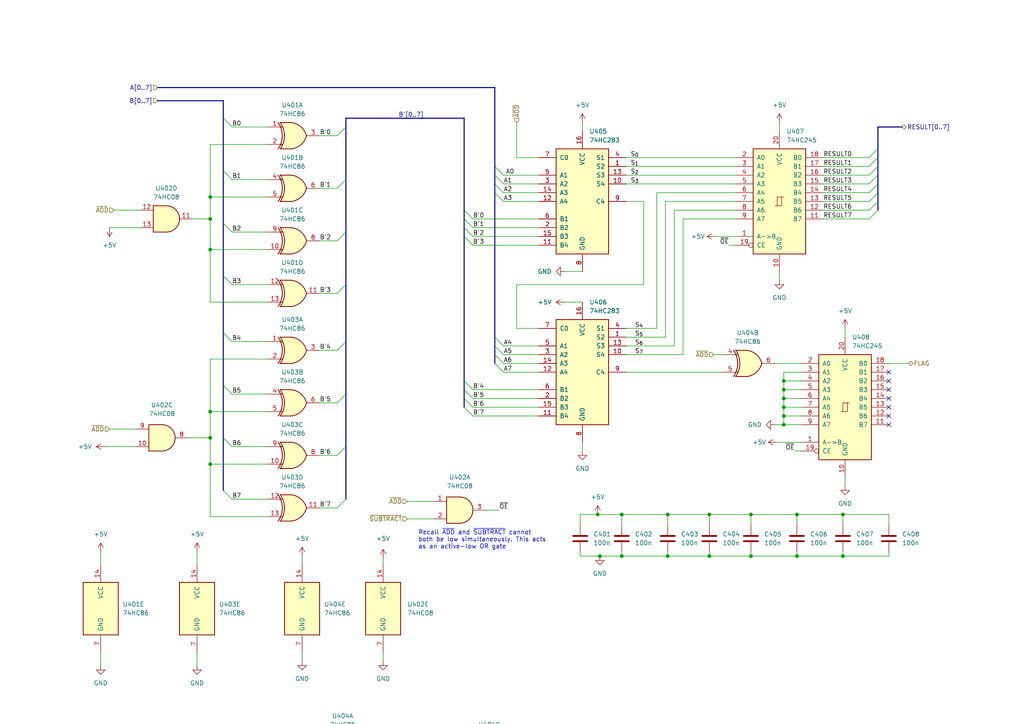
<source format=kicad_sch>
(kicad_sch (version 20211123) (generator eeschema)
  (paper "A4")
  (lib_symbols
    (symbol "74xx:74HC245" (pin_names (offset 1.016))
      (property "Reference" "U" (at -7.62 16.51 0))
      (property "Value" "74HC245" (at -7.62 -16.51 0))
      (symbol "74HC245_1_0"
        (polyline (pts (xy -0.635 -1.27) (xy -0.635 1.27) (xy 0.635 1.27)))
        (polyline (pts (xy -1.27 -1.27) (xy 0.635 -1.27) (xy 0.635 1.27) (xy 1.27 1.27)))
        (pin input line (at -12.7 -10.16 0) (length 5.08) (name "A->B") (number "1"))
        (pin power_in line (at 0 -20.32 90) (length 5.08) (name "GND") (number "10"))
        (pin tri_state line (at 12.7 -5.08 180) (length 5.08) (name "B7") (number "11"))
        (pin tri_state line (at 12.7 -2.54 180) (length 5.08) (name "B6") (number "12"))
        (pin tri_state line (at 12.7 0 180) (length 5.08) (name "B5") (number "13"))
        (pin tri_state line (at 12.7 2.54 180) (length 5.08) (name "B4") (number "14"))
        (pin tri_state line (at 12.7 5.08 180) (length 5.08) (name "B3") (number "15"))
        (pin tri_state line (at 12.7 7.62 180) (length 5.08) (name "B2") (number "16"))
        (pin tri_state line (at 12.7 10.16 180) (length 5.08) (name "B1") (number "17"))
        (pin tri_state line (at 12.7 12.7 180) (length 5.08) (name "B0") (number "18"))
        (pin input inverted (at -12.7 -12.7 0) (length 5.08) (name "CE") (number "19"))
        (pin tri_state line (at -12.7 12.7 0) (length 5.08) (name "A0") (number "2"))
        (pin power_in line (at 0 20.32 270) (length 5.08) (name "VCC") (number "20"))
        (pin tri_state line (at -12.7 10.16 0) (length 5.08) (name "A1") (number "3"))
        (pin tri_state line (at -12.7 7.62 0) (length 5.08) (name "A2") (number "4"))
        (pin tri_state line (at -12.7 5.08 0) (length 5.08) (name "A3") (number "5"))
        (pin tri_state line (at -12.7 2.54 0) (length 5.08) (name "A4") (number "6"))
        (pin tri_state line (at -12.7 0 0) (length 5.08) (name "A5") (number "7"))
        (pin tri_state line (at -12.7 -2.54 0) (length 5.08) (name "A6") (number "8"))
        (pin tri_state line (at -12.7 -5.08 0) (length 5.08) (name "A7") (number "9"))
      )
      (symbol "74HC245_1_1"
        (rectangle (start -7.62 15.24) (end 7.62 -15.24) (stroke (width 0.254)) (fill (type background)))
      )
    )
    (symbol "74xx:74HC86" (pin_names (offset 1.016))
      (property "Reference" "U" (at 0 1.27 0))
      (property "Value" "74HC86" (at 0 -1.27 0))
      (symbol "74HC86_1_0"
        (arc (start -4.4196 -3.81) (mid -3.2033 0) (end -4.4196 3.81) (stroke (width 0.254)))
        (arc (start -3.81 -3.81) (mid -2.589 0) (end -3.81 3.81) (stroke (width 0.254)))
        (arc (start -0.6096 -3.81) (mid 2.1842 -2.5851) (end 3.81 0) (stroke (width 0.254)) (fill (type background)))
        (polyline (pts (xy -3.81 -3.81) (xy -0.635 -3.81)) (stroke (width 0.254)) (fill (type background)))
        (polyline (pts (xy -3.81 3.81) (xy -0.635 3.81)) (stroke (width 0.254)) (fill (type background)))
        (polyline (pts (xy -0.635 3.81) (xy -3.81 3.81) (xy -3.81 3.81) (xy -3.556 3.4036) (xy -3.0226 2.2606) (xy -2.6924 1.0414) (xy -2.6162 -0.254) (xy -2.7686 -1.4986) (xy -3.175 -2.7178) (xy -3.81 -3.81) (xy -3.81 -3.81) (xy -0.635 -3.81)) (stroke (width -25.4)) (fill (type background)))
        (arc (start 3.81 0) (mid 2.1915 2.5936) (end -0.6096 3.81) (stroke (width 0.254)) (fill (type background)))
        (pin input line (at -7.62 2.54 0) (length 4.445) (name "~") (number "1"))
        (pin input line (at -7.62 -2.54 0) (length 4.445) (name "~") (number "2"))
        (pin output line (at 7.62 0 180) (length 3.81) (name "~") (number "3"))
      )
      (symbol "74HC86_1_1"
        (polyline (pts (xy -3.81 -2.54) (xy -3.175 -2.54)) (stroke (width 0.1524)))
        (polyline (pts (xy -3.81 2.54) (xy -3.175 2.54)) (stroke (width 0.1524)))
      )
      (symbol "74HC86_2_0"
        (arc (start -4.4196 -3.81) (mid -3.2033 0) (end -4.4196 3.81) (stroke (width 0.254)))
        (arc (start -3.81 -3.81) (mid -2.589 0) (end -3.81 3.81) (stroke (width 0.254)))
        (arc (start -0.6096 -3.81) (mid 2.1842 -2.5851) (end 3.81 0) (stroke (width 0.254)) (fill (type background)))
        (polyline (pts (xy -3.81 -3.81) (xy -0.635 -3.81)) (stroke (width 0.254)) (fill (type background)))
        (polyline (pts (xy -3.81 3.81) (xy -0.635 3.81)) (stroke (width 0.254)) (fill (type background)))
        (polyline (pts (xy -0.635 3.81) (xy -3.81 3.81) (xy -3.81 3.81) (xy -3.556 3.4036) (xy -3.0226 2.2606) (xy -2.6924 1.0414) (xy -2.6162 -0.254) (xy -2.7686 -1.4986) (xy -3.175 -2.7178) (xy -3.81 -3.81) (xy -3.81 -3.81) (xy -0.635 -3.81)) (stroke (width -25.4)) (fill (type background)))
        (arc (start 3.81 0) (mid 2.1915 2.5936) (end -0.6096 3.81) (stroke (width 0.254)) (fill (type background)))
        (pin input line (at -7.62 2.54 0) (length 4.445) (name "~") (number "4"))
        (pin input line (at -7.62 -2.54 0) (length 4.445) (name "~") (number "5"))
        (pin output line (at 7.62 0 180) (length 3.81) (name "~") (number "6"))
      )
      (symbol "74HC86_2_1"
        (polyline (pts (xy -3.81 -2.54) (xy -3.175 -2.54)) (stroke (width 0.1524)))
        (polyline (pts (xy -3.81 2.54) (xy -3.175 2.54)) (stroke (width 0.1524)))
      )
      (symbol "74HC86_3_0"
        (arc (start -4.4196 -3.81) (mid -3.2033 0) (end -4.4196 3.81) (stroke (width 0.254)))
        (arc (start -3.81 -3.81) (mid -2.589 0) (end -3.81 3.81) (stroke (width 0.254)))
        (arc (start -0.6096 -3.81) (mid 2.1842 -2.5851) (end 3.81 0) (stroke (width 0.254)) (fill (type background)))
        (polyline (pts (xy -3.81 -3.81) (xy -0.635 -3.81)) (stroke (width 0.254)) (fill (type background)))
        (polyline (pts (xy -3.81 3.81) (xy -0.635 3.81)) (stroke (width 0.254)) (fill (type background)))
        (polyline (pts (xy -0.635 3.81) (xy -3.81 3.81) (xy -3.81 3.81) (xy -3.556 3.4036) (xy -3.0226 2.2606) (xy -2.6924 1.0414) (xy -2.6162 -0.254) (xy -2.7686 -1.4986) (xy -3.175 -2.7178) (xy -3.81 -3.81) (xy -3.81 -3.81) (xy -0.635 -3.81)) (stroke (width -25.4)) (fill (type background)))
        (arc (start 3.81 0) (mid 2.1915 2.5936) (end -0.6096 3.81) (stroke (width 0.254)) (fill (type background)))
        (pin input line (at -7.62 -2.54 0) (length 4.445) (name "~") (number "10"))
        (pin output line (at 7.62 0 180) (length 3.81) (name "~") (number "8"))
        (pin input line (at -7.62 2.54 0) (length 4.445) (name "~") (number "9"))
      )
      (symbol "74HC86_3_1"
        (polyline (pts (xy -3.81 -2.54) (xy -3.175 -2.54)) (stroke (width 0.1524)))
        (polyline (pts (xy -3.81 2.54) (xy -3.175 2.54)) (stroke (width 0.1524)))
      )
      (symbol "74HC86_4_0"
        (arc (start -4.4196 -3.81) (mid -3.2033 0) (end -4.4196 3.81) (stroke (width 0.254)))
        (arc (start -3.81 -3.81) (mid -2.589 0) (end -3.81 3.81) (stroke (width 0.254)))
        (arc (start -0.6096 -3.81) (mid 2.1842 -2.5851) (end 3.81 0) (stroke (width 0.254)) (fill (type background)))
        (polyline (pts (xy -3.81 -3.81) (xy -0.635 -3.81)) (stroke (width 0.254)) (fill (type background)))
        (polyline (pts (xy -3.81 3.81) (xy -0.635 3.81)) (stroke (width 0.254)) (fill (type background)))
        (polyline (pts (xy -0.635 3.81) (xy -3.81 3.81) (xy -3.81 3.81) (xy -3.556 3.4036) (xy -3.0226 2.2606) (xy -2.6924 1.0414) (xy -2.6162 -0.254) (xy -2.7686 -1.4986) (xy -3.175 -2.7178) (xy -3.81 -3.81) (xy -3.81 -3.81) (xy -0.635 -3.81)) (stroke (width -25.4)) (fill (type background)))
        (arc (start 3.81 0) (mid 2.1915 2.5936) (end -0.6096 3.81) (stroke (width 0.254)) (fill (type background)))
        (pin output line (at 7.62 0 180) (length 3.81) (name "~") (number "11"))
        (pin input line (at -7.62 2.54 0) (length 4.445) (name "~") (number "12"))
        (pin input line (at -7.62 -2.54 0) (length 4.445) (name "~") (number "13"))
      )
      (symbol "74HC86_4_1"
        (polyline (pts (xy -3.81 -2.54) (xy -3.175 -2.54)) (stroke (width 0.1524)))
        (polyline (pts (xy -3.81 2.54) (xy -3.175 2.54)) (stroke (width 0.1524)))
      )
      (symbol "74HC86_5_0"
        (pin power_in line (at 0 12.7 270) (length 5.08) (name "VCC") (number "14"))
        (pin power_in line (at 0 -12.7 90) (length 5.08) (name "GND") (number "7"))
      )
      (symbol "74HC86_5_1"
        (rectangle (start -5.08 7.62) (end 5.08 -7.62) (stroke (width 0.254)) (fill (type background)))
      )
    )
    (symbol "74xx:74LS08" (pin_names (offset 1.016))
      (property "Reference" "U" (at 0 1.27 0))
      (property "Value" "74LS08" (at 0 -1.27 0))
      (symbol "74LS08_1_1"
        (arc (start 0 -3.81) (mid 3.81 0) (end 0 3.81) (stroke (width 0.254)) (fill (type background)))
        (polyline (pts (xy 0 3.81) (xy -3.81 3.81) (xy -3.81 -3.81) (xy 0 -3.81)) (stroke (width 0.254)) (fill (type background)))
        (pin input line (at -7.62 2.54 0) (length 3.81) (name "~") (number "1"))
        (pin input line (at -7.62 -2.54 0) (length 3.81) (name "~") (number "2"))
        (pin output line (at 7.62 0 180) (length 3.81) (name "~") (number "3"))
      )
      (symbol "74LS08_1_2"
        (arc (start -3.81 -3.81) (mid -2.589 0) (end -3.81 3.81) (stroke (width 0.254)))
        (arc (start -0.6096 -3.81) (mid 2.1842 -2.5851) (end 3.81 0) (stroke (width 0.254)) (fill (type background)))
        (polyline (pts (xy -3.81 -3.81) (xy -0.635 -3.81)) (stroke (width 0.254)) (fill (type background)))
        (polyline (pts (xy -3.81 3.81) (xy -0.635 3.81)) (stroke (width 0.254)) (fill (type background)))
        (polyline (pts (xy -0.635 3.81) (xy -3.81 3.81) (xy -3.81 3.81) (xy -3.556 3.4036) (xy -3.0226 2.2606) (xy -2.6924 1.0414) (xy -2.6162 -0.254) (xy -2.7686 -1.4986) (xy -3.175 -2.7178) (xy -3.81 -3.81) (xy -3.81 -3.81) (xy -0.635 -3.81)) (stroke (width -25.4)) (fill (type background)))
        (arc (start 3.81 0) (mid 2.1915 2.5936) (end -0.6096 3.81) (stroke (width 0.254)) (fill (type background)))
        (pin input inverted (at -7.62 2.54 0) (length 4.318) (name "~") (number "1"))
        (pin input inverted (at -7.62 -2.54 0) (length 4.318) (name "~") (number "2"))
        (pin output inverted (at 7.62 0 180) (length 3.81) (name "~") (number "3"))
      )
      (symbol "74LS08_2_1"
        (arc (start 0 -3.81) (mid 3.81 0) (end 0 3.81) (stroke (width 0.254)) (fill (type background)))
        (polyline (pts (xy 0 3.81) (xy -3.81 3.81) (xy -3.81 -3.81) (xy 0 -3.81)) (stroke (width 0.254)) (fill (type background)))
        (pin input line (at -7.62 2.54 0) (length 3.81) (name "~") (number "4"))
        (pin input line (at -7.62 -2.54 0) (length 3.81) (name "~") (number "5"))
        (pin output line (at 7.62 0 180) (length 3.81) (name "~") (number "6"))
      )
      (symbol "74LS08_2_2"
        (arc (start -3.81 -3.81) (mid -2.589 0) (end -3.81 3.81) (stroke (width 0.254)))
        (arc (start -0.6096 -3.81) (mid 2.1842 -2.5851) (end 3.81 0) (stroke (width 0.254)) (fill (type background)))
        (polyline (pts (xy -3.81 -3.81) (xy -0.635 -3.81)) (stroke (width 0.254)) (fill (type background)))
        (polyline (pts (xy -3.81 3.81) (xy -0.635 3.81)) (stroke (width 0.254)) (fill (type background)))
        (polyline (pts (xy -0.635 3.81) (xy -3.81 3.81) (xy -3.81 3.81) (xy -3.556 3.4036) (xy -3.0226 2.2606) (xy -2.6924 1.0414) (xy -2.6162 -0.254) (xy -2.7686 -1.4986) (xy -3.175 -2.7178) (xy -3.81 -3.81) (xy -3.81 -3.81) (xy -0.635 -3.81)) (stroke (width -25.4)) (fill (type background)))
        (arc (start 3.81 0) (mid 2.1915 2.5936) (end -0.6096 3.81) (stroke (width 0.254)) (fill (type background)))
        (pin input inverted (at -7.62 2.54 0) (length 4.318) (name "~") (number "4"))
        (pin input inverted (at -7.62 -2.54 0) (length 4.318) (name "~") (number "5"))
        (pin output inverted (at 7.62 0 180) (length 3.81) (name "~") (number "6"))
      )
      (symbol "74LS08_3_1"
        (arc (start 0 -3.81) (mid 3.81 0) (end 0 3.81) (stroke (width 0.254)) (fill (type background)))
        (polyline (pts (xy 0 3.81) (xy -3.81 3.81) (xy -3.81 -3.81) (xy 0 -3.81)) (stroke (width 0.254)) (fill (type background)))
        (pin input line (at -7.62 -2.54 0) (length 3.81) (name "~") (number "10"))
        (pin output line (at 7.62 0 180) (length 3.81) (name "~") (number "8"))
        (pin input line (at -7.62 2.54 0) (length 3.81) (name "~") (number "9"))
      )
      (symbol "74LS08_3_2"
        (arc (start -3.81 -3.81) (mid -2.589 0) (end -3.81 3.81) (stroke (width 0.254)))
        (arc (start -0.6096 -3.81) (mid 2.1842 -2.5851) (end 3.81 0) (stroke (width 0.254)) (fill (type background)))
        (polyline (pts (xy -3.81 -3.81) (xy -0.635 -3.81)) (stroke (width 0.254)) (fill (type background)))
        (polyline (pts (xy -3.81 3.81) (xy -0.635 3.81)) (stroke (width 0.254)) (fill (type background)))
        (polyline (pts (xy -0.635 3.81) (xy -3.81 3.81) (xy -3.81 3.81) (xy -3.556 3.4036) (xy -3.0226 2.2606) (xy -2.6924 1.0414) (xy -2.6162 -0.254) (xy -2.7686 -1.4986) (xy -3.175 -2.7178) (xy -3.81 -3.81) (xy -3.81 -3.81) (xy -0.635 -3.81)) (stroke (width -25.4)) (fill (type background)))
        (arc (start 3.81 0) (mid 2.1915 2.5936) (end -0.6096 3.81) (stroke (width 0.254)) (fill (type background)))
        (pin input inverted (at -7.62 -2.54 0) (length 4.318) (name "~") (number "10"))
        (pin output inverted (at 7.62 0 180) (length 3.81) (name "~") (number "8"))
        (pin input inverted (at -7.62 2.54 0) (length 4.318) (name "~") (number "9"))
      )
      (symbol "74LS08_4_1"
        (arc (start 0 -3.81) (mid 3.81 0) (end 0 3.81) (stroke (width 0.254)) (fill (type background)))
        (polyline (pts (xy 0 3.81) (xy -3.81 3.81) (xy -3.81 -3.81) (xy 0 -3.81)) (stroke (width 0.254)) (fill (type background)))
        (pin output line (at 7.62 0 180) (length 3.81) (name "~") (number "11"))
        (pin input line (at -7.62 2.54 0) (length 3.81) (name "~") (number "12"))
        (pin input line (at -7.62 -2.54 0) (length 3.81) (name "~") (number "13"))
      )
      (symbol "74LS08_4_2"
        (arc (start -3.81 -3.81) (mid -2.589 0) (end -3.81 3.81) (stroke (width 0.254)))
        (arc (start -0.6096 -3.81) (mid 2.1842 -2.5851) (end 3.81 0) (stroke (width 0.254)) (fill (type background)))
        (polyline (pts (xy -3.81 -3.81) (xy -0.635 -3.81)) (stroke (width 0.254)) (fill (type background)))
        (polyline (pts (xy -3.81 3.81) (xy -0.635 3.81)) (stroke (width 0.254)) (fill (type background)))
        (polyline (pts (xy -0.635 3.81) (xy -3.81 3.81) (xy -3.81 3.81) (xy -3.556 3.4036) (xy -3.0226 2.2606) (xy -2.6924 1.0414) (xy -2.6162 -0.254) (xy -2.7686 -1.4986) (xy -3.175 -2.7178) (xy -3.81 -3.81) (xy -3.81 -3.81) (xy -0.635 -3.81)) (stroke (width -25.4)) (fill (type background)))
        (arc (start 3.81 0) (mid 2.1915 2.5936) (end -0.6096 3.81) (stroke (width 0.254)) (fill (type background)))
        (pin output inverted (at 7.62 0 180) (length 3.81) (name "~") (number "11"))
        (pin input inverted (at -7.62 2.54 0) (length 4.318) (name "~") (number "12"))
        (pin input inverted (at -7.62 -2.54 0) (length 4.318) (name "~") (number "13"))
      )
      (symbol "74LS08_5_0"
        (pin power_in line (at 0 12.7 270) (length 5.08) (name "VCC") (number "14"))
        (pin power_in line (at 0 -12.7 90) (length 5.08) (name "GND") (number "7"))
      )
      (symbol "74LS08_5_1"
        (rectangle (start -5.08 7.62) (end 5.08 -7.62) (stroke (width 0.254)) (fill (type background)))
      )
    )
    (symbol "74xx:74LS283" (pin_names (offset 1.016))
      (property "Reference" "U" (at -7.62 16.51 0))
      (property "Value" "74LS283" (at -7.62 -16.51 0))
      (symbol "74LS283_1_0"
        (pin output line (at 12.7 10.16 180) (length 5.08) (name "S2") (number "1"))
        (pin output line (at 12.7 5.08 180) (length 5.08) (name "S4") (number "10"))
        (pin input line (at -12.7 -12.7 0) (length 5.08) (name "B4") (number "11"))
        (pin input line (at -12.7 0 0) (length 5.08) (name "A4") (number "12"))
        (pin output line (at 12.7 7.62 180) (length 5.08) (name "S3") (number "13"))
        (pin input line (at -12.7 2.54 0) (length 5.08) (name "A3") (number "14"))
        (pin input line (at -12.7 -10.16 0) (length 5.08) (name "B3") (number "15"))
        (pin power_in line (at 0 20.32 270) (length 5.08) (name "VCC") (number "16"))
        (pin input line (at -12.7 -7.62 0) (length 5.08) (name "B2") (number "2"))
        (pin input line (at -12.7 5.08 0) (length 5.08) (name "A2") (number "3"))
        (pin output line (at 12.7 12.7 180) (length 5.08) (name "S1") (number "4"))
        (pin input line (at -12.7 7.62 0) (length 5.08) (name "A1") (number "5"))
        (pin input line (at -12.7 -5.08 0) (length 5.08) (name "B1") (number "6"))
        (pin input line (at -12.7 12.7 0) (length 5.08) (name "C0") (number "7"))
        (pin power_in line (at 0 -20.32 90) (length 5.08) (name "GND") (number "8"))
        (pin output line (at 12.7 0 180) (length 5.08) (name "C4") (number "9"))
      )
      (symbol "74LS283_1_1"
        (rectangle (start -7.62 15.24) (end 7.62 -15.24) (stroke (width 0.254)) (fill (type background)))
      )
    )
    (symbol "Device:C" (pin_numbers hide) (pin_names (offset 0.254))
      (property "Reference" "C" (at 0.635 2.54 0))
      (property "Value" "C" (at 0.635 -2.54 0))
      (symbol "C_0_1"
        (polyline (pts (xy -2.032 -0.762) (xy 2.032 -0.762)) (stroke (width 0.508)))
        (polyline (pts (xy -2.032 0.762) (xy 2.032 0.762)) (stroke (width 0.508)))
      )
      (symbol "C_1_1"
        (pin passive line (at 0 3.81 270) (length 2.794) (name "~") (number "1"))
        (pin passive line (at 0 -3.81 90) (length 2.794) (name "~") (number "2"))
      )
    )
    (symbol "power:+5V" (power) (pin_names (offset 0))
      (property "Value" "+5V" (at 0 3.556 0))
      (symbol "+5V_0_1"
        (polyline (pts (xy -0.762 1.27) (xy 0 2.54)))
        (polyline (pts (xy 0 0) (xy 0 2.54)))
        (polyline (pts (xy 0 2.54) (xy 0.762 1.27)))
      )
      (symbol "+5V_1_1"
        (pin power_in line (at 0 0 90) (length 0) hide (name "+5V") (number "1"))
      )
    )
    (symbol "power:GND" (power) (pin_names (offset 0))
      (property "Value" "GND" (at 0 -3.81 0))
      (symbol "GND_0_1"
        (polyline (pts (xy 0 0) (xy 0 -1.27) (xy 1.27 -1.27) (xy 0 -2.54) (xy -1.27 -1.27) (xy 0 -1.27)))
      )
      (symbol "GND_1_1"
        (pin power_in line (at 0 0 270) (length 0) hide (name "GND") (number "1"))
      )
    )
  )
  (junction (at 231.14 161.29))
  (junction (at 227.33 110.49))
  (junction (at 60.96 63.5))
  (junction (at 180.34 161.29))
  (junction (at 227.33 123.19))
  (junction (at 173.99 161.29))
  (junction (at 88.265 219.075))
  (junction (at 227.33 115.57))
  (junction (at 205.74 149.225))
  (junction (at 244.475 149.225))
  (junction (at 193.675 161.29))
  (junction (at 193.04 227.33))
  (junction (at 180.34 149.225))
  (junction (at 193.675 149.225))
  (junction (at 227.33 113.03))
  (junction (at 227.33 118.11))
  (junction (at 173.355 149.225))
  (junction (at 60.96 119.38))
  (junction (at 217.805 149.225))
  (junction (at 227.33 120.65))
  (junction (at 60.96 57.15))
  (junction (at 205.74 161.29))
  (junction (at 130.81 221.615))
  (junction (at 217.805 161.29))
  (junction (at 244.475 161.29))
  (junction (at 60.96 72.39))
  (junction (at 60.96 134.62))
  (junction (at 60.96 127))
  (junction (at 158.75 224.79))
  (junction (at 231.14 149.225))
  (no_connect (at 257.81 123.19))
  (no_connect (at 257.81 110.49))
  (no_connect (at 257.81 115.57))
  (no_connect (at 212.09 224.79))
  (no_connect (at 257.81 113.03))
  (no_connect (at 257.81 118.11))
  (no_connect (at 149.86 219.075))
  (no_connect (at 107.315 216.535))
  (no_connect (at 257.81 107.95))
  (no_connect (at 257.81 120.65))
  (no_connect (at 177.8 222.25))
  (bus_entry (at 100.33 52.07) (size -2.54 2.54))
  (bus_entry (at 254.635 43.18) (size -2.54 2.54))
  (bus_entry (at 64.77 64.77) (size 2.54 2.54))
  (bus_entry (at 100.33 67.31) (size -2.54 2.54))
  (bus_entry (at 143.51 48.26) (size 2.54 2.54))
  (bus_entry (at 134.62 68.58) (size 2.54 2.54))
  (bus_entry (at 254.635 50.8) (size -2.54 2.54))
  (bus_entry (at 100.33 144.78) (size -2.54 2.54))
  (bus_entry (at 143.51 100.33) (size 2.54 2.54))
  (bus_entry (at 134.62 110.49) (size 2.54 2.54))
  (bus_entry (at 100.33 82.55) (size -2.54 2.54))
  (bus_entry (at 254.635 55.88) (size -2.54 2.54))
  (bus_entry (at 254.635 45.72) (size -2.54 2.54))
  (bus_entry (at 64.77 49.53) (size 2.54 2.54))
  (bus_entry (at 254.635 58.42) (size -2.54 2.54))
  (bus_entry (at 64.77 96.52) (size 2.54 2.54))
  (bus_entry (at 134.62 118.11) (size 2.54 2.54))
  (bus_entry (at 64.77 111.76) (size 2.54 2.54))
  (bus_entry (at 64.77 127) (size 2.54 2.54))
  (bus_entry (at 134.62 66.04) (size 2.54 2.54))
  (bus_entry (at 254.635 48.26) (size -2.54 2.54))
  (bus_entry (at 100.33 114.3) (size -2.54 2.54))
  (bus_entry (at 64.77 34.29) (size 2.54 2.54))
  (bus_entry (at 134.62 113.03) (size 2.54 2.54))
  (bus_entry (at 64.77 80.01) (size 2.54 2.54))
  (bus_entry (at 134.62 115.57) (size 2.54 2.54))
  (bus_entry (at 100.33 36.83) (size -2.54 2.54))
  (bus_entry (at 143.51 50.8) (size 2.54 2.54))
  (bus_entry (at 143.51 102.87) (size 2.54 2.54))
  (bus_entry (at 143.51 105.41) (size 2.54 2.54))
  (bus_entry (at 254.635 60.96) (size -2.54 2.54))
  (bus_entry (at 134.62 63.5) (size 2.54 2.54))
  (bus_entry (at 134.62 60.96) (size 2.54 2.54))
  (bus_entry (at 143.51 53.34) (size 2.54 2.54))
  (bus_entry (at 100.33 99.06) (size -2.54 2.54))
  (bus_entry (at 143.51 97.79) (size 2.54 2.54))
  (bus_entry (at 254.635 53.34) (size -2.54 2.54))
  (bus_entry (at 143.51 55.88) (size 2.54 2.54))
  (bus_entry (at 64.77 142.24) (size 2.54 2.54))
  (bus_entry (at 100.33 129.54) (size -2.54 2.54))
  (wire (pts (xy 244.475 149.225) (xy 257.81 149.225)))
  (wire (pts (xy 190.5 95.25) (xy 190.5 55.88)))
  (wire (pts (xy 149.86 45.72) (xy 149.86 35.56)))
  (bus (pts (xy 134.62 68.58) (xy 134.62 66.04)))
  (wire (pts (xy 227.33 115.57) (xy 232.41 115.57)))
  (bus (pts (xy 100.33 67.31) (xy 100.33 82.55)))
  (bus (pts (xy 100.33 36.83) (xy 100.33 52.07)))
  (wire (pts (xy 92.71 101.6) (xy 97.79 101.6)))
  (wire (pts (xy 111.125 161.925) (xy 111.125 163.83)))
  (wire (pts (xy 195.58 100.33) (xy 195.58 60.96)))
  (wire (pts (xy 205.74 161.29) (xy 217.805 161.29)))
  (wire (pts (xy 92.71 116.84) (xy 97.79 116.84)))
  (wire (pts (xy 180.34 149.225) (xy 180.34 152.4)))
  (wire (pts (xy 156.21 45.72) (xy 149.86 45.72)))
  (wire (pts (xy 186.69 82.55) (xy 149.86 82.55)))
  (bus (pts (xy 254.635 36.83) (xy 254.635 43.18)))
  (wire (pts (xy 60.96 63.5) (xy 60.96 72.39)))
  (bus (pts (xy 134.62 63.5) (xy 134.62 60.96)))
  (wire (pts (xy 231.14 161.29) (xy 244.475 161.29)))
  (wire (pts (xy 227.33 113.03) (xy 227.33 115.57)))
  (wire (pts (xy 137.16 68.58) (xy 156.21 68.58)))
  (wire (pts (xy 140.97 147.955) (xy 144.78 147.955)))
  (bus (pts (xy 254.635 43.18) (xy 254.635 45.72)))
  (wire (pts (xy 137.16 120.65) (xy 156.21 120.65)))
  (wire (pts (xy 226.06 78.74) (xy 226.06 81.28)))
  (wire (pts (xy 77.47 119.38) (xy 60.96 119.38)))
  (wire (pts (xy 180.34 161.29) (xy 193.675 161.29)))
  (bus (pts (xy 143.51 50.8) (xy 143.51 53.34)))
  (bus (pts (xy 45.72 29.21) (xy 64.77 29.21)))
  (wire (pts (xy 224.79 123.19) (xy 227.33 123.19)))
  (wire (pts (xy 31.75 66.04) (xy 40.64 66.04)))
  (wire (pts (xy 87.63 189.23) (xy 87.63 191.77)))
  (bus (pts (xy 64.77 80.01) (xy 64.77 96.52)))
  (wire (pts (xy 60.96 134.62) (xy 60.96 127)))
  (wire (pts (xy 217.805 149.225) (xy 217.805 152.4)))
  (wire (pts (xy 67.31 99.06) (xy 77.47 99.06)))
  (wire (pts (xy 193.04 97.79) (xy 193.04 58.42)))
  (wire (pts (xy 88.265 222.25) (xy 88.265 219.075)))
  (wire (pts (xy 31.75 124.46) (xy 39.37 124.46)))
  (wire (pts (xy 130.81 216.535) (xy 134.62 216.535)))
  (bus (pts (xy 134.62 66.04) (xy 134.62 63.5)))
  (bus (pts (xy 64.77 111.76) (xy 64.77 127)))
  (wire (pts (xy 231.14 161.29) (xy 231.14 160.02)))
  (wire (pts (xy 211.455 71.12) (xy 213.36 71.12)))
  (wire (pts (xy 118.11 150.495) (xy 125.73 150.495)))
  (wire (pts (xy 198.12 63.5) (xy 213.36 63.5)))
  (wire (pts (xy 207.01 102.87) (xy 209.55 102.87)))
  (wire (pts (xy 29.21 189.23) (xy 29.21 193.04)))
  (wire (pts (xy 77.47 104.14) (xy 60.96 104.14)))
  (bus (pts (xy 64.77 64.77) (xy 64.77 80.01)))
  (wire (pts (xy 193.04 227.33) (xy 193.04 222.25)))
  (bus (pts (xy 254.635 58.42) (xy 254.635 60.96)))
  (wire (pts (xy 257.81 149.225) (xy 257.81 152.4)))
  (wire (pts (xy 193.675 149.225) (xy 193.675 152.4)))
  (bus (pts (xy 261.62 36.83) (xy 254.635 36.83)))
  (wire (pts (xy 244.475 160.02) (xy 244.475 161.29)))
  (wire (pts (xy 163.83 87.63) (xy 168.91 87.63)))
  (wire (pts (xy 181.61 95.25) (xy 190.5 95.25)))
  (wire (pts (xy 57.15 189.23) (xy 57.15 193.04)))
  (wire (pts (xy 146.05 107.95) (xy 156.21 107.95)))
  (bus (pts (xy 254.635 50.8) (xy 254.635 53.34)))
  (wire (pts (xy 227.33 120.65) (xy 232.41 120.65)))
  (wire (pts (xy 168.275 152.4) (xy 168.275 149.225)))
  (wire (pts (xy 57.15 160.02) (xy 57.15 163.83)))
  (bus (pts (xy 254.635 48.26) (xy 254.635 50.8)))
  (wire (pts (xy 163.83 78.74) (xy 168.91 78.74)))
  (wire (pts (xy 137.16 63.5) (xy 156.21 63.5)))
  (wire (pts (xy 198.12 102.87) (xy 198.12 63.5)))
  (wire (pts (xy 92.71 54.61) (xy 97.79 54.61)))
  (wire (pts (xy 118.11 145.415) (xy 125.73 145.415)))
  (bus (pts (xy 100.33 82.55) (xy 100.33 99.06)))
  (wire (pts (xy 257.81 161.29) (xy 257.81 160.02)))
  (wire (pts (xy 238.76 50.8) (xy 252.095 50.8)))
  (bus (pts (xy 134.62 113.03) (xy 134.62 110.49)))
  (wire (pts (xy 195.58 60.96) (xy 213.36 60.96)))
  (wire (pts (xy 158.75 224.79) (xy 162.56 224.79)))
  (wire (pts (xy 146.05 105.41) (xy 156.21 105.41)))
  (bus (pts (xy 134.62 34.29) (xy 100.33 34.29)))
  (wire (pts (xy 227.33 120.65) (xy 227.33 123.19)))
  (wire (pts (xy 193.04 58.42) (xy 213.36 58.42)))
  (wire (pts (xy 181.61 53.34) (xy 213.36 53.34)))
  (wire (pts (xy 205.74 160.02) (xy 205.74 161.29)))
  (wire (pts (xy 227.33 118.11) (xy 227.33 120.65)))
  (wire (pts (xy 137.16 66.04) (xy 156.21 66.04)))
  (bus (pts (xy 254.635 45.72) (xy 254.635 48.26)))
  (wire (pts (xy 67.31 36.83) (xy 77.47 36.83)))
  (wire (pts (xy 168.275 149.225) (xy 173.355 149.225)))
  (wire (pts (xy 238.76 58.42) (xy 252.095 58.42)))
  (bus (pts (xy 143.51 53.34) (xy 143.51 55.88)))
  (wire (pts (xy 238.76 55.88) (xy 252.095 55.88)))
  (wire (pts (xy 77.47 134.62) (xy 60.96 134.62)))
  (wire (pts (xy 180.34 149.225) (xy 193.675 149.225)))
  (wire (pts (xy 181.61 58.42) (xy 186.69 58.42)))
  (bus (pts (xy 254.635 55.88) (xy 254.635 58.42)))
  (wire (pts (xy 238.76 63.5) (xy 252.095 63.5)))
  (wire (pts (xy 168.91 35.56) (xy 168.91 38.1)))
  (wire (pts (xy 193.675 161.29) (xy 205.74 161.29)))
  (bus (pts (xy 100.33 34.29) (xy 100.33 36.83)))
  (wire (pts (xy 158.75 224.79) (xy 158.75 219.71)))
  (wire (pts (xy 67.31 144.78) (xy 77.47 144.78)))
  (wire (pts (xy 227.33 118.11) (xy 232.41 118.11)))
  (bus (pts (xy 64.77 127) (xy 64.77 142.24)))
  (wire (pts (xy 244.475 149.225) (xy 244.475 152.4)))
  (bus (pts (xy 45.72 25.4) (xy 143.51 25.4)))
  (bus (pts (xy 143.51 97.79) (xy 143.51 100.33)))
  (wire (pts (xy 111.125 189.23) (xy 111.125 191.77)))
  (wire (pts (xy 146.05 53.34) (xy 156.21 53.34)))
  (wire (pts (xy 217.805 160.02) (xy 217.805 161.29)))
  (wire (pts (xy 67.31 52.07) (xy 77.47 52.07)))
  (wire (pts (xy 137.16 113.03) (xy 156.21 113.03)))
  (wire (pts (xy 149.86 95.25) (xy 156.21 95.25)))
  (wire (pts (xy 245.11 138.43) (xy 245.11 140.97)))
  (wire (pts (xy 60.96 87.63) (xy 60.96 72.39)))
  (wire (pts (xy 92.71 132.08) (xy 97.79 132.08)))
  (wire (pts (xy 60.96 149.86) (xy 60.96 134.62)))
  (wire (pts (xy 226.06 35.56) (xy 226.06 38.1)))
  (wire (pts (xy 29.21 160.02) (xy 29.21 163.83)))
  (wire (pts (xy 146.05 55.88) (xy 156.21 55.88)))
  (wire (pts (xy 130.81 221.615) (xy 130.81 216.535)))
  (wire (pts (xy 193.04 227.33) (xy 196.85 227.33)))
  (wire (pts (xy 77.47 57.15) (xy 60.96 57.15)))
  (wire (pts (xy 238.76 45.72) (xy 252.095 45.72)))
  (wire (pts (xy 130.81 221.615) (xy 134.62 221.615)))
  (wire (pts (xy 67.31 67.31) (xy 77.47 67.31)))
  (wire (pts (xy 55.88 63.5) (xy 60.96 63.5)))
  (wire (pts (xy 137.16 115.57) (xy 156.21 115.57)))
  (wire (pts (xy 245.11 95.25) (xy 245.11 97.79)))
  (wire (pts (xy 244.475 161.29) (xy 257.81 161.29)))
  (wire (pts (xy 67.31 114.3) (xy 77.47 114.3)))
  (wire (pts (xy 173.99 161.29) (xy 180.34 161.29)))
  (wire (pts (xy 168.275 160.02) (xy 168.275 161.29)))
  (wire (pts (xy 67.31 82.55) (xy 77.47 82.55)))
  (bus (pts (xy 134.62 60.96) (xy 134.62 34.29)))
  (wire (pts (xy 158.75 219.71) (xy 162.56 219.71)))
  (wire (pts (xy 181.61 48.26) (xy 213.36 48.26)))
  (wire (pts (xy 168.275 161.29) (xy 173.99 161.29)))
  (wire (pts (xy 181.61 50.8) (xy 213.36 50.8)))
  (wire (pts (xy 60.96 127) (xy 60.96 119.38)))
  (wire (pts (xy 130.81 224.79) (xy 130.81 221.615)))
  (wire (pts (xy 193.04 222.25) (xy 196.85 222.25)))
  (wire (pts (xy 186.69 58.42) (xy 186.69 82.55)))
  (bus (pts (xy 64.77 34.29) (xy 64.77 49.53)))
  (wire (pts (xy 92.71 39.37) (xy 97.79 39.37)))
  (wire (pts (xy 181.61 100.33) (xy 195.58 100.33)))
  (wire (pts (xy 180.34 160.02) (xy 180.34 161.29)))
  (wire (pts (xy 193.675 149.225) (xy 205.74 149.225)))
  (wire (pts (xy 88.265 219.075) (xy 88.265 213.995)))
  (wire (pts (xy 227.33 113.03) (xy 232.41 113.03)))
  (wire (pts (xy 146.05 102.87) (xy 156.21 102.87)))
  (wire (pts (xy 227.33 110.49) (xy 232.41 110.49)))
  (wire (pts (xy 181.61 97.79) (xy 193.04 97.79)))
  (wire (pts (xy 60.96 41.91) (xy 77.47 41.91)))
  (bus (pts (xy 64.77 96.52) (xy 64.77 111.76)))
  (wire (pts (xy 227.33 115.57) (xy 227.33 118.11)))
  (bus (pts (xy 100.33 114.3) (xy 100.33 129.54)))
  (wire (pts (xy 88.265 213.995) (xy 92.075 213.995)))
  (wire (pts (xy 205.74 149.225) (xy 205.74 152.4)))
  (wire (pts (xy 193.675 161.29) (xy 193.675 160.02)))
  (wire (pts (xy 168.91 128.27) (xy 168.91 130.81)))
  (bus (pts (xy 64.77 49.53) (xy 64.77 64.77)))
  (wire (pts (xy 224.79 105.41) (xy 232.41 105.41)))
  (wire (pts (xy 227.33 107.95) (xy 227.33 110.49)))
  (wire (pts (xy 146.05 100.33) (xy 156.21 100.33)))
  (wire (pts (xy 60.96 57.15) (xy 60.96 63.5)))
  (wire (pts (xy 230.505 130.81) (xy 232.41 130.81)))
  (wire (pts (xy 77.47 149.86) (xy 60.96 149.86)))
  (bus (pts (xy 100.33 99.06) (xy 100.33 114.3)))
  (wire (pts (xy 193.04 230.505) (xy 193.04 227.33)))
  (wire (pts (xy 33.02 60.96) (xy 40.64 60.96)))
  (wire (pts (xy 181.61 107.95) (xy 209.55 107.95)))
  (wire (pts (xy 225.425 128.27) (xy 232.41 128.27)))
  (wire (pts (xy 231.14 149.225) (xy 244.475 149.225)))
  (wire (pts (xy 92.71 85.09) (xy 97.79 85.09)))
  (bus (pts (xy 143.51 48.26) (xy 143.51 50.8)))
  (bus (pts (xy 143.51 100.33) (xy 143.51 102.87)))
  (wire (pts (xy 205.74 149.225) (xy 217.805 149.225)))
  (wire (pts (xy 92.71 147.32) (xy 97.79 147.32)))
  (wire (pts (xy 88.265 219.075) (xy 92.075 219.075)))
  (bus (pts (xy 64.77 29.21) (xy 64.77 34.29)))
  (wire (pts (xy 30.48 129.54) (xy 39.37 129.54)))
  (bus (pts (xy 143.51 55.88) (xy 143.51 97.79)))
  (wire (pts (xy 173.355 149.225) (xy 180.34 149.225)))
  (wire (pts (xy 238.76 48.26) (xy 252.095 48.26)))
  (bus (pts (xy 134.62 115.57) (xy 134.62 113.03)))
  (bus (pts (xy 100.33 52.07) (xy 100.33 67.31)))
  (wire (pts (xy 67.31 129.54) (xy 77.47 129.54)))
  (wire (pts (xy 77.47 87.63) (xy 60.96 87.63)))
  (wire (pts (xy 137.16 71.12) (xy 156.21 71.12)))
  (bus (pts (xy 143.51 102.87) (xy 143.51 105.41)))
  (wire (pts (xy 137.16 118.11) (xy 156.21 118.11)))
  (bus (pts (xy 254.635 53.34) (xy 254.635 55.88)))
  (bus (pts (xy 134.62 110.49) (xy 134.62 68.58)))
  (bus (pts (xy 100.33 129.54) (xy 100.33 144.78)))
  (wire (pts (xy 207.645 68.58) (xy 213.36 68.58)))
  (wire (pts (xy 232.41 107.95) (xy 227.33 107.95)))
  (bus (pts (xy 143.51 25.4) (xy 143.51 48.26)))
  (wire (pts (xy 231.14 149.225) (xy 231.14 152.4)))
  (wire (pts (xy 190.5 55.88) (xy 213.36 55.88)))
  (wire (pts (xy 217.805 161.29) (xy 231.14 161.29)))
  (wire (pts (xy 238.76 60.96) (xy 252.095 60.96)))
  (wire (pts (xy 158.75 227.965) (xy 158.75 224.79)))
  (wire (pts (xy 146.05 50.8) (xy 156.21 50.8)))
  (wire (pts (xy 227.33 123.19) (xy 232.41 123.19)))
  (wire (pts (xy 60.96 119.38) (xy 60.96 104.14)))
  (wire (pts (xy 77.47 72.39) (xy 60.96 72.39)))
  (wire (pts (xy 238.76 53.34) (xy 252.095 53.34)))
  (wire (pts (xy 54.61 127) (xy 60.96 127)))
  (wire (pts (xy 181.61 102.87) (xy 198.12 102.87)))
  (wire (pts (xy 181.61 45.72) (xy 213.36 45.72)))
  (wire (pts (xy 217.805 149.225) (xy 231.14 149.225)))
  (wire (pts (xy 227.33 110.49) (xy 227.33 113.03)))
  (wire (pts (xy 149.86 82.55) (xy 149.86 95.25)))
  (wire (pts (xy 257.81 105.41) (xy 263.525 105.41)))
  (bus (pts (xy 134.62 118.11) (xy 134.62 115.57)))
  (wire (pts (xy 146.05 58.42) (xy 156.21 58.42)))
  (wire (pts (xy 92.71 69.85) (xy 97.79 69.85)))
  (wire (pts (xy 60.96 57.15) (xy 60.96 41.91)))
  (wire (pts (xy 87.63 161.29) (xy 87.63 163.83)))
  (text "Recall ~{ADD} and ~{SUBTRACT} cannot\nboth be low simultaneously. This acts\nas an active-low OR gate" (at 121.285 159.385 0) (effects (font (size 1.27 1.27)) (justify left bottom)))
  (label "B'2" (at 92.71 69.85 0))
  (label "RESULT4" (at 238.76 55.88 0))
  (label "RESULT3" (at 238.76 53.34 0))
  (label "B'4" (at 137.16 113.03 0))
  (label "S_{5}" (at 184.15 97.79 0))
  (label "B7" (at 67.31 144.78 0))
  (label "B'1" (at 137.16 66.04 0))
  (label "RESULT2" (at 238.76 50.8 0))
  (label "RESULT5" (at 238.76 58.42 0))
  (label "B'0" (at 92.71 39.37 0))
  (label "A3" (at 146.05 58.42 0))
  (label "B'7" (at 92.71 147.32 0))
  (label "B'6" (at 137.16 118.11 0))
  (label "RESULT6" (at 238.76 60.96 0))
  (label "A5" (at 146.05 102.87 0))
  (label "S_{1}" (at 182.88 48.26 0))
  (label "RESULT0" (at 238.76 45.72 0))
  (label "B'5" (at 137.16 115.57 0))
  (label "B4" (at 67.31 99.06 0))
  (label "B'5" (at 92.71 116.84 0))
  (label "B'7" (at 137.16 120.65 0))
  (label "A7" (at 146.05 107.95 0))
  (label "B3" (at 67.31 82.55 0))
  (label "A4" (at 146.05 100.33 0))
  (label "S_{2}" (at 182.88 50.8 0))
  (label "A1" (at 146.05 53.34 0))
  (label "~{OE}" (at 230.505 130.81 180))
  (label "B2" (at 67.31 67.31 0))
  (label "S_{6}" (at 184.15 100.33 0))
  (label "B'1" (at 92.71 54.61 0))
  (label "RESULT1" (at 238.76 48.26 0))
  (label "A0" (at 146.685 50.8 0))
  (label "S_{4}" (at 184.15 95.25 0))
  (label "B'2" (at 137.16 68.58 0))
  (label "~{OE}" (at 144.78 147.955 0))
  (label "B'3" (at 137.16 71.12 0))
  (label "B5" (at 67.31 114.3 0))
  (label "B1" (at 67.31 52.07 0))
  (label "A2" (at 146.05 55.88 0))
  (label "B6" (at 67.31 129.54 0))
  (label "S_{3}" (at 182.88 53.34 0))
  (label "B'0" (at 137.16 63.5 0))
  (label "RESULT7" (at 238.76 63.5 0))
  (label "B'3" (at 92.71 85.09 0))
  (label "B'6" (at 92.71 132.08 0))
  (label "S_{0}" (at 182.88 45.72 0))
  (label "A6" (at 146.05 105.41 0))
  (label "B0" (at 67.31 36.83 0))
  (label "~{OE}" (at 211.455 71.12 180))
  (label "S_{7}" (at 184.15 102.87 0))
  (label "B'[0..7]" (at 115.57 34.29 0))
  (label "B'4" (at 92.71 101.6 0))
  (hierarchical_label "~{ADD}" (shape input) (at 207.01 102.87 180))
  (hierarchical_label "FLAG" (shape tri_state) (at 263.525 105.41 0))
  (hierarchical_label "~{SUBTRACT}" (shape input) (at 118.11 150.495 180))
  (hierarchical_label "RESULT[0..7]" (shape tri_state) (at 261.62 36.83 0))
  (hierarchical_label "B[0..7]" (shape input) (at 45.72 29.21 180))
  (hierarchical_label "~{ADD}" (shape input) (at 31.75 124.46 180))
  (hierarchical_label "A[0..7]" (shape input) (at 45.72 25.4 180))
  (hierarchical_label "~{ADD}" (shape input) (at 149.86 35.56 90))
  (hierarchical_label "~{ADD}" (shape input) (at 118.11 145.415 180))
  (hierarchical_label "~{ADD}" (shape input) (at 33.02 60.96 180))
  (symbol (lib_id "74xx:74LS283") (at 168.91 58.42 0) (unit 1)
    (property "Reference" "U405" (at 170.9294 38.1 0) (effects (justify left)))
    (property "Value" "74HC283" (at 170.9294 40.64 0) (effects (justify left)))
    (property "Footprint" "Package_DIP:DIP-16_W7.62mm_Socket" (effects hide))
    (property "Datasheet" "http://www.ti.com/lit/gpn/sn74LS283" (effects hide))
  )
  (symbol (lib_id "power:+5V") (at 225.425 128.27 90) (unit 1)
    (property "Reference" "#PWR0419" (effects hide))
    (property "Value" "+5V" (at 222.25 128.2699 90) (effects (justify left)))
  )
  (symbol (lib_id "power:+5V") (at 168.91 35.56 0) (unit 1)
    (property "Reference" "#PWR0413" (effects hide))
    (property "Value" "+5V" (at 168.91 30.48 0))
  )
  (symbol (lib_id "power:GND") (at 163.83 78.74 270) (unit 1)
    (property "Reference" "#PWR0411" (effects hide))
    (property "Value" "GND" (at 160.02 78.7399 90) (effects (justify right)))
  )
  (symbol (lib_id "power:GND") (at 87.63 191.77 0) (unit 1)
    (property "Reference" "#PWR0408" (effects hide))
    (property "Value" "GND" (at 87.63 196.85 0))
  )
  (symbol (lib_id "74xx:74HC245") (at 245.11 118.11 0) (unit 1)
    (property "Reference" "U408" (at 247.1294 97.79 0) (effects (justify left)))
    (property "Value" "74HC245" (at 247.1294 100.33 0) (effects (justify left)))
    (property "Footprint" "Package_SO:SOIC-20W_7.5x12.8mm_P1.27mm" (effects hide))
    (property "Datasheet" "http://www.ti.com/lit/gpn/sn74HC245" (effects hide))
    (property "LCSC" "C5625" (effects hide))
  )
  (symbol (lib_id "power:GND") (at 173.99 161.29 0) (unit 1)
    (property "Reference" "#PWR0416" (effects hide))
    (property "Value" "GND" (at 173.99 166.37 0))
  )
  (symbol (lib_id "power:GND") (at 88.265 222.25 0) (unit 1)
    (property "Reference" "#PWR0101" (effects hide))
    (property "Value" "GND" (at 88.265 227.33 0))
  )
  (symbol (lib_id "74xx:74HC86") (at 87.63 176.53 0) (unit 5)
    (property "Reference" "U404" (at 93.98 175.2599 0) (effects (justify left)))
    (property "Value" "74HC86" (at 93.98 177.7999 0) (effects (justify left)))
    (property "Footprint" "Package_DIP:DIP-14_W7.62mm_Socket" (effects hide))
    (property "Datasheet" "http://www.ti.com/lit/gpn/sn74HC86" (effects hide))
  )
  (symbol (lib_id "Device:C") (at 205.74 156.21 0) (unit 1)
    (property "Reference" "C404" (at 209.55 154.9399 0) (effects (justify left)))
    (property "Value" "100n" (at 209.55 157.4799 0) (effects (justify left)))
    (property "Footprint" "Capacitor_SMD:C_0603_1608Metric" (effects hide))
    (property "Datasheet" "https://datasheet.lcsc.com/lcsc/1809301912_YAGEO-CC0603KRX7R9BB104_C14663.pdf" (effects hide))
    (property "LCSC" "C14663" (effects hide))
  )
  (symbol (lib_id "power:GND") (at 193.04 230.505 0) (unit 1)
    (property "Reference" "#PWR0104" (effects hide))
    (property "Value" "GND" (at 193.04 235.585 0))
  )
  (symbol (lib_id "power:GND") (at 224.79 123.19 270) (unit 1)
    (property "Reference" "#PWR0418" (effects hide))
    (property "Value" "GND" (at 220.98 123.1899 90) (effects (justify right)))
  )
  (symbol (lib_id "74xx:74LS08") (at 204.47 224.79 0) (unit 2)
    (property "Reference" "U402" (at 204.47 215.9 0))
    (property "Value" "74HC08" (at 204.47 218.44 0))
    (property "Footprint" "Package_SO:SOIC-14_3.9x8.7mm_P1.27mm" (effects hide))
    (property "Datasheet" "http://www.ti.com/lit/gpn/sn74LS08" (effects hide))
    (property "LCSC" "C5593" (effects hide))
  )
  (symbol (lib_id "power:+5V") (at 245.11 95.25 0) (unit 1)
    (property "Reference" "#PWR0422" (effects hide))
    (property "Value" "+5V" (at 245.11 90.17 0))
  )
  (symbol (lib_id "power:+5V") (at 31.75 66.04 180) (unit 1)
    (property "Reference" "#PWR0404" (effects hide))
    (property "Value" "+5V" (at 31.75 71.12 0))
  )
  (symbol (lib_id "74xx:74HC86") (at 170.18 222.25 0) (unit 4)
    (property "Reference" "U404" (at 169.8752 213.36 0))
    (property "Value" "74HC86" (at 169.8752 215.9 0))
    (property "Footprint" "Package_DIP:DIP-14_W7.62mm_Socket" (effects hide))
    (property "Datasheet" "http://www.ti.com/lit/gpn/sn74HC86" (effects hide))
  )
  (symbol (lib_id "Device:C") (at 193.675 156.21 0) (unit 1)
    (property "Reference" "C403" (at 197.485 154.9399 0) (effects (justify left)))
    (property "Value" "100n" (at 197.485 157.4799 0) (effects (justify left)))
    (property "Footprint" "Capacitor_SMD:C_0603_1608Metric" (effects hide))
    (property "Datasheet" "https://datasheet.lcsc.com/lcsc/1809301912_YAGEO-CC0603KRX7R9BB104_C14663.pdf" (effects hide))
    (property "LCSC" "C14663" (effects hide))
  )
  (symbol (lib_id "power:+5V") (at 163.83 87.63 90) (unit 1)
    (property "Reference" "#PWR0412" (effects hide))
    (property "Value" "+5V" (at 160.02 87.6299 90) (effects (justify left)))
  )
  (symbol (lib_id "Device:C") (at 217.805 156.21 0) (unit 1)
    (property "Reference" "C405" (at 221.615 154.9399 0) (effects (justify left)))
    (property "Value" "100n" (at 221.615 157.4799 0) (effects (justify left)))
    (property "Footprint" "Capacitor_SMD:C_0603_1608Metric" (effects hide))
    (property "Datasheet" "https://datasheet.lcsc.com/lcsc/1809301912_YAGEO-CC0603KRX7R9BB104_C14663.pdf" (effects hide))
    (property "LCSC" "C14663" (effects hide))
  )
  (symbol (lib_id "74xx:74HC86") (at 142.24 219.075 0) (unit 3)
    (property "Reference" "U404" (at 141.9352 210.185 0))
    (property "Value" "74HC86" (at 141.9352 212.725 0))
    (property "Footprint" "Package_DIP:DIP-14_W7.62mm_Socket" (effects hide))
    (property "Datasheet" "http://www.ti.com/lit/gpn/sn74HC86" (effects hide))
  )
  (symbol (lib_id "74xx:74HC86") (at 85.09 69.85 0) (unit 3)
    (property "Reference" "U401" (at 84.7852 60.96 0))
    (property "Value" "74HC86" (at 84.7852 63.5 0))
    (property "Footprint" "Package_DIP:DIP-14_W7.62mm_Socket" (effects hide))
    (property "Datasheet" "http://www.ti.com/lit/gpn/sn74HC86" (effects hide))
  )
  (symbol (lib_id "Device:C") (at 180.34 156.21 0) (unit 1)
    (property "Reference" "C402" (at 184.15 154.9399 0) (effects (justify left)))
    (property "Value" "100n" (at 184.15 157.4799 0) (effects (justify left)))
    (property "Footprint" "Capacitor_SMD:C_0603_1608Metric" (effects hide))
    (property "Datasheet" "https://datasheet.lcsc.com/lcsc/1809301912_YAGEO-CC0603KRX7R9BB104_C14663.pdf" (effects hide))
    (property "LCSC" "C14663" (effects hide))
  )
  (symbol (lib_id "power:+5V") (at 29.21 160.02 0) (unit 1)
    (property "Reference" "#PWR0401" (effects hide))
    (property "Value" "+5V" (at 29.21 154.94 0))
  )
  (symbol (lib_id "power:+5V") (at 30.48 129.54 90) (unit 1)
    (property "Reference" "#PWR0403" (effects hide))
    (property "Value" "+5V" (at 26.67 129.5399 90) (effects (justify left)))
  )
  (symbol (lib_id "power:GND") (at 226.06 81.28 0) (unit 1)
    (property "Reference" "#PWR0421" (effects hide))
    (property "Value" "GND" (at 226.06 86.36 0))
  )
  (symbol (lib_id "Device:C") (at 231.14 156.21 0) (unit 1)
    (property "Reference" "C406" (at 234.95 154.9399 0) (effects (justify left)))
    (property "Value" "100n" (at 234.95 157.4799 0) (effects (justify left)))
    (property "Footprint" "Capacitor_SMD:C_0603_1608Metric" (effects hide))
    (property "Datasheet" "https://datasheet.lcsc.com/lcsc/1809301912_YAGEO-CC0603KRX7R9BB104_C14663.pdf" (effects hide))
    (property "LCSC" "C14663" (effects hide))
  )
  (symbol (lib_id "power:+5V") (at 173.355 149.225 0) (unit 1)
    (property "Reference" "#PWR0415" (effects hide))
    (property "Value" "+5V" (at 173.355 144.145 0))
  )
  (symbol (lib_id "74xx:74HC86") (at 217.17 105.41 0) (unit 2)
    (property "Reference" "U404" (at 216.8652 96.52 0))
    (property "Value" "74HC86" (at 216.8652 99.06 0))
    (property "Footprint" "Package_DIP:DIP-14_W7.62mm_Socket" (effects hide))
    (property "Datasheet" "http://www.ti.com/lit/gpn/sn74HC86" (effects hide))
  )
  (symbol (lib_id "power:GND") (at 130.81 224.79 0) (unit 1)
    (property "Reference" "#PWR0102" (effects hide))
    (property "Value" "GND" (at 130.81 229.87 0))
  )
  (symbol (lib_id "74xx:74LS283") (at 168.91 107.95 0) (unit 1)
    (property "Reference" "U406" (at 170.9294 87.63 0) (effects (justify left)))
    (property "Value" "74HC283" (at 170.9294 90.17 0) (effects (justify left)))
    (property "Footprint" "Package_DIP:DIP-16_W7.62mm_Socket" (effects hide))
    (property "Datasheet" "http://www.ti.com/lit/gpn/sn74LS283" (effects hide))
  )
  (symbol (lib_id "74xx:74HC86") (at 85.09 132.08 0) (unit 3)
    (property "Reference" "U403" (at 84.7852 123.19 0))
    (property "Value" "74HC86" (at 84.7852 125.73 0))
    (property "Footprint" "Package_DIP:DIP-14_W7.62mm_Socket" (effects hide))
    (property "Datasheet" "http://www.ti.com/lit/gpn/sn74HC86" (effects hide))
  )
  (symbol (lib_id "74xx:74HC86") (at 29.21 176.53 0) (unit 5)
    (property "Reference" "U401" (at 35.56 175.2599 0) (effects (justify left)))
    (property "Value" "74HC86" (at 35.56 177.7999 0) (effects (justify left)))
    (property "Footprint" "Package_DIP:DIP-14_W7.62mm_Socket" (effects hide))
    (property "Datasheet" "http://www.ti.com/lit/gpn/sn74HC86" (effects hide))
  )
  (symbol (lib_id "power:+5V") (at 57.15 160.02 0) (unit 1)
    (property "Reference" "#PWR0405" (effects hide))
    (property "Value" "+5V" (at 57.15 154.94 0))
  )
  (symbol (lib_id "power:+5V") (at 207.645 68.58 90) (unit 1)
    (property "Reference" "#PWR0417" (effects hide))
    (property "Value" "+5V" (at 204.47 68.5799 90) (effects (justify left)))
  )
  (symbol (lib_id "power:GND") (at 245.11 140.97 0) (unit 1)
    (property "Reference" "#PWR0423" (effects hide))
    (property "Value" "GND" (at 245.11 146.05 0))
  )
  (symbol (lib_id "74xx:74HC86") (at 85.09 147.32 0) (unit 4)
    (property "Reference" "U403" (at 84.7852 138.43 0))
    (property "Value" "74HC86" (at 84.7852 140.97 0))
    (property "Footprint" "Package_DIP:DIP-14_W7.62mm_Socket" (effects hide))
    (property "Datasheet" "http://www.ti.com/lit/gpn/sn74HC86" (effects hide))
  )
  (symbol (lib_id "Device:C") (at 244.475 156.21 0) (unit 1)
    (property "Reference" "C407" (at 248.285 154.9399 0) (effects (justify left)))
    (property "Value" "100n" (at 248.285 157.4799 0) (effects (justify left)))
    (property "Footprint" "Capacitor_SMD:C_0603_1608Metric" (effects hide))
    (property "Datasheet" "https://datasheet.lcsc.com/lcsc/1809301912_YAGEO-CC0603KRX7R9BB104_C14663.pdf" (effects hide))
    (property "LCSC" "C14663" (effects hide))
  )
  (symbol (lib_id "74xx:74LS08") (at 133.35 147.955 0) (unit 1)
    (property "Reference" "U402" (at 133.35 138.43 0))
    (property "Value" "74HC08" (at 133.35 140.97 0))
    (property "Footprint" "Package_SO:SOIC-14_3.9x8.7mm_P1.27mm" (effects hide))
    (property "Datasheet" "http://www.ti.com/lit/gpn/sn74LS08" (effects hide))
  )
  (symbol (lib_id "74xx:74HC86") (at 85.09 101.6 0) (unit 1)
    (property "Reference" "U403" (at 84.7852 92.71 0))
    (property "Value" "74HC86" (at 84.7852 95.25 0))
    (property "Footprint" "Package_DIP:DIP-14_W7.62mm_Socket" (effects hide))
    (property "Datasheet" "http://www.ti.com/lit/gpn/sn74HC86" (effects hide))
  )
  (symbol (lib_id "power:GND") (at 29.21 193.04 0) (unit 1)
    (property "Reference" "#PWR0402" (effects hide))
    (property "Value" "GND" (at 29.21 198.12 0))
  )
  (symbol (lib_id "74xx:74HC245") (at 226.06 58.42 0) (unit 1)
    (property "Reference" "U407" (at 228.0794 38.1 0) (effects (justify left)))
    (property "Value" "74HC245" (at 228.0794 40.64 0) (effects (justify left)))
    (property "Footprint" "Package_SO:SOIC-20W_7.5x12.8mm_P1.27mm" (effects hide))
    (property "Datasheet" "http://www.ti.com/lit/gpn/sn74HC245" (effects hide))
    (property "LCSC" "C5625" (effects hide))
  )
  (symbol (lib_id "Device:C") (at 168.275 156.21 0) (unit 1)
    (property "Reference" "C401" (at 172.085 154.9399 0) (effects (justify left)))
    (property "Value" "100n" (at 172.085 157.4799 0) (effects (justify left)))
    (property "Footprint" "Capacitor_SMD:C_0603_1608Metric" (effects hide))
    (property "Datasheet" "https://datasheet.lcsc.com/lcsc/1809301912_YAGEO-CC0603KRX7R9BB104_C14663.pdf" (effects hide))
    (property "LCSC" "C14663" (effects hide))
  )
  (symbol (lib_id "74xx:74LS08") (at 46.99 127 0) (unit 3)
    (property "Reference" "U402" (at 46.99 117.475 0))
    (property "Value" "74HC08" (at 46.99 120.015 0))
    (property "Footprint" "Package_SO:SOIC-14_3.9x8.7mm_P1.27mm" (effects hide))
    (property "Datasheet" "http://www.ti.com/lit/gpn/sn74LS08" (effects hide))
    (property "LCSC" "C5593" (effects hide))
  )
  (symbol (lib_id "power:GND") (at 57.15 193.04 0) (unit 1)
    (property "Reference" "#PWR0406" (effects hide))
    (property "Value" "GND" (at 57.15 198.12 0))
  )
  (symbol (lib_id "Device:C") (at 257.81 156.21 0) (unit 1)
    (property "Reference" "C408" (at 261.62 154.9399 0) (effects (justify left)))
    (property "Value" "100n" (at 261.62 157.4799 0) (effects (justify left)))
    (property "Footprint" "Capacitor_SMD:C_0603_1608Metric" (effects hide))
    (property "Datasheet" "https://datasheet.lcsc.com/lcsc/1809301912_YAGEO-CC0603KRX7R9BB104_C14663.pdf" (effects hide))
    (property "LCSC" "C14663" (effects hide))
  )
  (symbol (lib_id "power:GND") (at 111.125 191.77 0) (unit 1)
    (property "Reference" "#PWR0410" (effects hide))
    (property "Value" "GND" (at 111.125 196.85 0))
  )
  (symbol (lib_id "power:GND") (at 168.91 130.81 0) (unit 1)
    (property "Reference" "#PWR0414" (effects hide))
    (property "Value" "GND" (at 168.91 135.89 0))
  )
  (symbol (lib_id "74xx:74HC86") (at 57.15 176.53 0) (unit 5)
    (property "Reference" "U403" (at 63.5 175.2599 0) (effects (justify left)))
    (property "Value" "74HC86" (at 63.5 177.7999 0) (effects (justify left)))
    (property "Footprint" "Package_DIP:DIP-14_W7.62mm_Socket" (effects hide))
    (property "Datasheet" "http://www.ti.com/lit/gpn/sn74HC86" (effects hide))
  )
  (symbol (lib_id "power:+5V") (at 226.06 35.56 0) (unit 1)
    (property "Reference" "#PWR0420" (effects hide))
    (property "Value" "+5V" (at 226.06 30.48 0))
  )
  (symbol (lib_id "74xx:74LS08") (at 48.26 63.5 0) (unit 4)
    (property "Reference" "U402" (at 48.26 54.61 0))
    (property "Value" "74HC08" (at 48.26 57.15 0))
    (property "Footprint" "Package_SO:SOIC-14_3.9x8.7mm_P1.27mm" (effects hide))
    (property "Datasheet" "http://www.ti.com/lit/gpn/sn74LS08" (effects hide))
    (property "LCSC" "C5593" (effects hide))
  )
  (symbol (lib_id "power:GND") (at 158.75 227.965 0) (unit 1)
    (property "Reference" "#PWR0103" (effects hide))
    (property "Value" "GND" (at 158.75 233.045 0))
  )
  (symbol (lib_id "74xx:74HC86") (at 85.09 54.61 0) (unit 2)
    (property "Reference" "U401" (at 84.7852 45.72 0))
    (property "Value" "74HC86" (at 84.7852 48.26 0))
    (property "Footprint" "Package_DIP:DIP-14_W7.62mm_Socket" (effects hide))
    (property "Datasheet" "http://www.ti.com/lit/gpn/sn74HC86" (effects hide))
  )
  (symbol (lib_id "74xx:74HC86") (at 85.09 39.37 0) (unit 1)
    (property "Reference" "U401" (at 84.7852 30.48 0))
    (property "Value" "74HC86" (at 84.7852 33.02 0))
    (property "Footprint" "Package_DIP:DIP-14_W7.62mm_Socket" (effects hide))
    (property "Datasheet" "http://www.ti.com/lit/gpn/sn74HC86" (effects hide))
  )
  (symbol (lib_id "74xx:74HC86") (at 85.09 85.09 0) (unit 4)
    (property "Reference" "U401" (at 84.7852 76.2 0))
    (property "Value" "74HC86" (at 84.7852 78.74 0))
    (property "Footprint" "Package_DIP:DIP-14_W7.62mm_Socket" (effects hide))
    (property "Datasheet" "http://www.ti.com/lit/gpn/sn74HC86" (effects hide))
  )
  (symbol (lib_id "power:+5V") (at 87.63 161.29 0) (unit 1)
    (property "Reference" "#PWR0407" (effects hide))
    (property "Value" "+5V" (at 87.63 156.21 0))
  )
  (symbol (lib_id "74xx:74LS08") (at 111.125 176.53 0) (unit 5)
    (property "Reference" "U402" (at 118.11 175.2599 0) (effects (justify left)))
    (property "Value" "74HC08" (at 118.11 177.7999 0) (effects (justify left)))
    (property "Footprint" "Package_SO:SOIC-14_3.9x8.7mm_P1.27mm" (effects hide))
    (property "Datasheet" "http://www.ti.com/lit/gpn/sn74LS08" (effects hide))
    (property "LCSC" "C5593" (effects hide))
  )
  (symbol (lib_id "74xx:74HC86") (at 99.695 216.535 0) (unit 1)
    (property "Reference" "U404" (at 99.3902 207.645 0))
    (property "Value" "74HC86" (at 99.3902 210.185 0))
    (property "Footprint" "Package_DIP:DIP-14_W7.62mm_Socket" (effects hide))
    (property "Datasheet" "http://www.ti.com/lit/gpn/sn74HC86" (effects hide))
  )
  (symbol (lib_id "power:+5V") (at 111.125 161.925 0) (unit 1)
    (property "Reference" "#PWR0409" (effects hide))
    (property "Value" "+5V" (at 111.125 156.21 0))
  )
  (symbol (lib_id "74xx:74HC86") (at 85.09 116.84 0) (unit 2)
    (property "Reference" "U403" (at 84.7852 107.95 0))
    (property "Value" "74HC86" (at 84.7852 110.49 0))
    (property "Footprint" "Package_DIP:DIP-14_W7.62mm_Socket" (effects hide))
    (property "Datasheet" "http://www.ti.com/lit/gpn/sn74HC86" (effects hide))
  )
)
</source>
